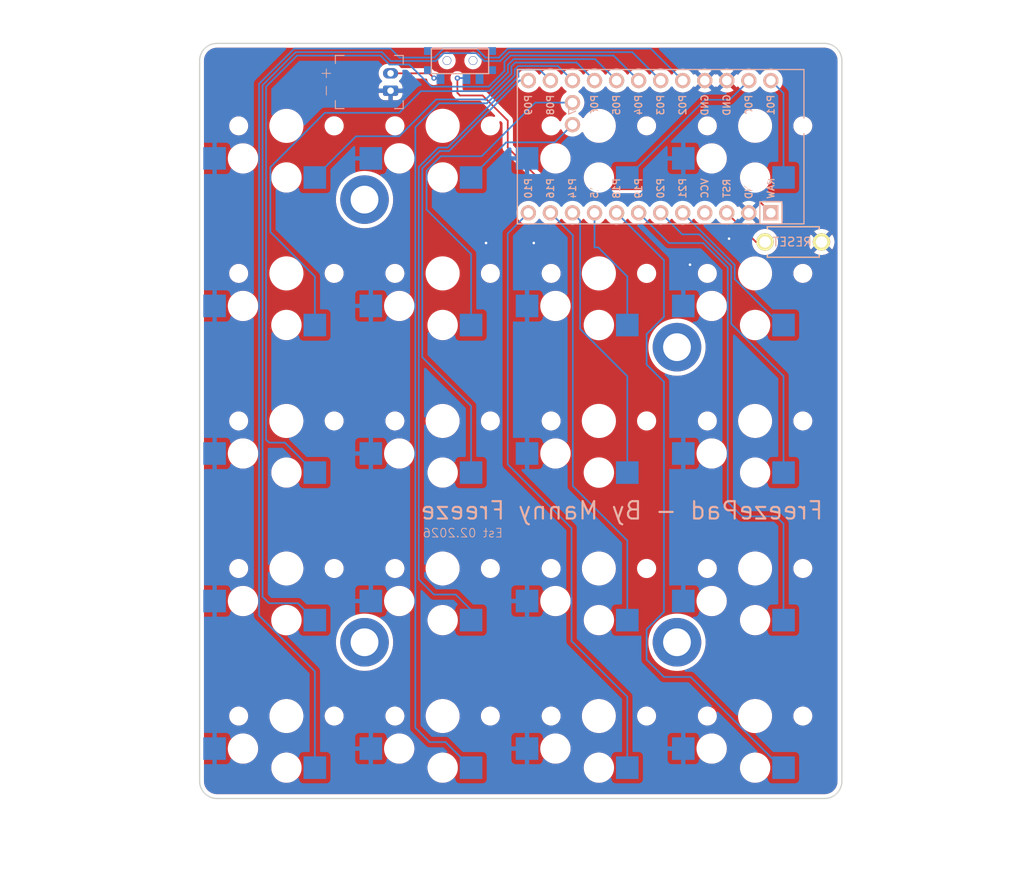
<source format=kicad_pcb>
(kicad_pcb (version 20241229) (generator "pcbnew") (generator_version "9.0")
  (title_block (title "freezepad-pcb") (date "2026-02-03") (rev "v1.0.0") (company "Unknown"))
  (layers (0 "F.Cu" signal) (2 "B.Cu" signal) (13 "F.Paste" user) (15 "B.Paste" user) (5 "F.SilkS" user "F.Silkscreen") (7 "B.SilkS" user "B.Silkscreen") (1 "F.Mask" user) (3 "B.Mask" user) (25 "Edge.Cuts" user))
  (net 0 "")
  (net 1 "matrix_col1_row1")
  (net 2 "GND")
  (net 3 "matrix_col1_row2")
  (net 4 "matrix_col1_row3")
  (net 5 "matrix_col1_row4")
  (net 6 "matrix_col1_row5")
  (net 7 "matrix_col2_row1")
  (net 8 "matrix_col2_row2")
  (net 9 "matrix_col2_row3")
  (net 10 "matrix_col2_row4")
  (net 11 "matrix_col2_row5")
  (net 12 "matrix_col3_row1")
  (net 13 "matrix_col3_row2")
  (net 14 "matrix_col3_row3")
  (net 15 "matrix_col3_row4")
  (net 16 "matrix_col3_row5")
  (net 17 "matrix_col4_row1")
  (net 18 "matrix_col4_row2")
  (net 19 "matrix_col4_row3")
  (net 20 "matrix_col4_row4")
  (net 21 "matrix_col4_row5")
  (net 22 "RAW")
  (net 23 "RST")
  (net 24 "VCC")
  (net 25 "B+")
  (footprint "E73:SPDT_C128955" (layer "F.Cu") (at 20 -75.52)
    (property "Reference" "T1" (hide yes))
    (property "Value" "" (hide yes))
    (fp_line (start -3.3 -1.35) (end -3.3 1.5) (stroke (width 0.15)) (layer "B.SilkS"))
    (fp_line (start -3.3 1.5) (end 3.3 1.5) (stroke (width 0.15)) (layer "B.SilkS"))
    (fp_line (start 0 -1.35) (end -3.3 -1.35) (stroke (width 0.15)) (layer "B.SilkS"))
    (fp_line (start 0 -1.35) (end 3.3 -1.35) (stroke (width 0.15)) (layer "B.SilkS"))
    (fp_line (start 1.95 -1.35) (end -1.95 -1.35) (stroke (width 0.15)) (layer "B.SilkS"))
    (fp_line (start 3.3 1.5) (end 3.3 -1.35) (stroke (width 0.15)) (layer "B.SilkS"))
    (pad "" smd rect (at -3.7 -1.1) (size 0.9 0.9) (layers "B.Cu" "B.Mask" "B.Paste"))
    (pad "" smd rect (at -3.7 1.1) (size 0.9 0.9) (layers "B.Cu" "B.Mask" "B.Paste"))
    (pad "" np_thru_hole circle (at -1.5 0) (size 1 1) (drill 0.9) (layers "*.Cu" "*.Mask"))
    (pad "" np_thru_hole circle (at 1.5 0) (size 1 1) (drill 0.9) (layers "*.Cu" "*.Mask"))
    (pad "" smd rect (at 3.7 -1.1) (size 0.9 0.9) (layers "B.Cu" "B.Mask" "B.Paste"))
    (pad "" smd rect (at 3.7 1.1) (size 0.9 0.9) (layers "B.Cu" "B.Mask" "B.Paste"))
    (pad "1" smd rect (at -2.25 2.075) (size 0.9 1.25) (layers "B.Cu" "B.Mask" "B.Paste") (net 25 "B+"))
    (pad "2" smd rect (at 0.75 2.075) (size 0.9 1.25) (layers "B.Cu" "B.Mask" "B.Paste") (net 22 "RAW"))
    (pad "3" smd rect (at 2.25 2.075) (size 0.9 1.25) (layers "B.Cu" "B.Mask" "B.Paste"))
  )
  (footprint "kbd:ResetSW" (layer "F.Cu") (at 58.4 -54.62 180)
    (property "Reference" "B1" (hide yes))
    (property "Value" "")
    (fp_line (start 3 1.75) (end 3 1.5) (stroke (width 0.15)) (layer "F.SilkS"))
    (fp_line (start 3 -1.75) (end 3 -1.5) (stroke (width 0.15)) (layer "F.SilkS"))
    (fp_line (start -3 1.75) (end 3 1.75) (stroke (width 0.15)) (layer "F.SilkS"))
    (fp_line (start -3 1.75) (end -3 1.5) (stroke (width 0.15)) (layer "F.SilkS"))
    (fp_line (start -3 -1.75) (end 3 -1.75) (stroke (width 0.15)) (layer "F.SilkS"))
    (fp_line (start -3 -1.75) (end -3 -1.5) (stroke (width 0.15)) (layer "F.SilkS"))
    (fp_line (start 3 1.75) (end -3 1.75) (stroke (width 0.15)) (layer "B.SilkS"))
    (fp_line (start 3 1.5) (end 3 1.75) (stroke (width 0.15)) (layer "B.SilkS"))
    (fp_line (start 3 -1.75) (end 3 -1.5) (stroke (width 0.15)) (layer "B.SilkS"))
    (fp_line (start -3 1.75) (end -3 1.5) (stroke (width 0.15)) (layer "B.SilkS"))
    (fp_line (start -3 -1.5) (end -3 -1.75) (stroke (width 0.15)) (layer "B.SilkS"))
    (fp_line (start -3 -1.75) (end 3 -1.75) (stroke (width 0.15)) (layer "B.SilkS"))
    (fp_text user "RESET" (at 0.127 0 180) (layer "B.SilkS") (effects (justify mirror)))
    (pad "1" thru_hole circle (at 3.25 0 180) (size 2 2) (drill 1.3) (layers "*.Cu" "*.Mask" "F.SilkS") (net 23 "RST"))
    (pad "2" thru_hole circle (at -3.25 0 180) (size 2 2) (drill 1.3) (layers "*.Cu" "*.Mask" "F.SilkS") (net 2 "GND"))
  )
  (footprint "PG1350" (layer "F.Cu") (at 36 -17 180)
    (property "Reference" "S12" (hide yes))
    (property "Value" "" (hide yes))
    (pad "" np_thru_hole circle (at -5.5 0) (size 1.7018 1.7018) (drill 1.7018) (layers "*.Cu" "*.Mask"))
    (pad "" np_thru_hole circle (at 0 -5.95) (size 3 3) (drill 3) (layers "*.Cu" "*.Mask"))
    (pad "" np_thru_hole circle (at 0 0) (size 3.429 3.429) (drill 3.429) (layers "*.Cu" "*.Mask"))
    (pad "" np_thru_hole circle (at 5 -3.75) (size 3 3) (drill 3) (layers "*.Cu" "*.Mask"))
    (pad "" np_thru_hole circle (at 5.5 0) (size 1.7018 1.7018) (drill 1.7018) (layers "*.Cu" "*.Mask"))
    (pad "1" smd rect (at -3.275 -5.95 180) (size 2.6 2.6) (layers "B.Cu" "B.Mask" "B.Paste") (net 13 "matrix_col3_row2"))
    (pad "2" smd rect (at 8.275 -3.75 180) (size 2.6 2.6) (layers "B.Cu" "B.Mask" "B.Paste") (net 2 "GND"))
  )
  (footprint "MountingHole:MountingHole_3.2mm_M3_DIN965_Pad_TopBottom" (layer "F.Cu") (at 9 -59.5)
    (property "Reference" "REF**" (hide yes))
    (property "Value" "MountingHole_3.2mm_M3_DIN965_Pad_TopBottom")
    (pad "1" thru_hole circle (at 0 0) (size 3.6 3.6) (drill 3.2) (layers "*.Cu" "*.Mask"))
    (pad "1" connect circle (at 0 0) (size 5.6 5.6) (layers "F.Cu" "F.Mask"))
    (pad "1" connect circle (at 0 0) (size 5.6 5.6) (layers "B.Cu" "B.Mask"))
  )
  (footprint "PG1350" (layer "F.Cu") (at 54 -51 180)
    (property "Reference" "S19" (hide yes))
    (property "Value" "" (hide yes))
    (pad "" np_thru_hole circle (at -5.5 0) (size 1.7018 1.7018) (drill 1.7018) (layers "*.Cu" "*.Mask"))
    (pad "" np_thru_hole circle (at 0 -5.95) (size 3 3) (drill 3) (layers "*.Cu" "*.Mask"))
    (pad "" np_thru_hole circle (at 0 0) (size 3.429 3.429) (drill 3.429) (layers "*.Cu" "*.Mask"))
    (pad "" np_thru_hole circle (at 5 -3.75) (size 3 3) (drill 3) (layers "*.Cu" "*.Mask"))
    (pad "" np_thru_hole circle (at 5.5 0) (size 1.7018 1.7018) (drill 1.7018) (layers "*.Cu" "*.Mask"))
    (pad "1" smd rect (at -3.275 -5.95 180) (size 2.6 2.6) (layers "B.Cu" "B.Mask" "B.Paste") (net 20 "matrix_col4_row4"))
    (pad "2" smd rect (at 8.275 -3.75 180) (size 2.6 2.6) (layers "B.Cu" "B.Mask" "B.Paste") (net 2 "GND"))
  )
  (footprint "PG1350" (layer "F.Cu") (at 18 -51 180)
    (property "Reference" "S9" (hide yes))
    (property "Value" "" (hide yes))
    (pad "" np_thru_hole circle (at -5.5 0) (size 1.7018 1.7018) (drill 1.7018) (layers "*.Cu" "*.Mask"))
    (pad "" np_thru_hole circle (at 0 -5.95) (size 3 3) (drill 3) (layers "*.Cu" "*.Mask"))
    (pad "" np_thru_hole circle (at 0 0) (size 3.429 3.429) (drill 3.429) (layers "*.Cu" "*.Mask"))
    (pad "" np_thru_hole circle (at 5 -3.75) (size 3 3) (drill 3) (layers "*.Cu" "*.Mask"))
    (pad "" np_thru_hole circle (at 5.5 0) (size 1.7018 1.7018) (drill 1.7018) (layers "*.Cu" "*.Mask"))
    (pad "1" smd rect (at -3.275 -5.95 180) (size 2.6 2.6) (layers "B.Cu" "B.Mask" "B.Paste") (net 10 "matrix_col2_row4"))
    (pad "2" smd rect (at 8.275 -3.75 180) (size 2.6 2.6) (layers "B.Cu" "B.Mask" "B.Paste") (net 2 "GND"))
  )
  (footprint "PG1350" (layer "F.Cu") (at 0 -68 180)
    (property "Reference" "S5" (hide yes))
    (property "Value" "" (hide yes))
    (pad "" np_thru_hole circle (at -5.5 0) (size 1.7018 1.7018) (drill 1.7018) (layers "*.Cu" "*.Mask"))
    (pad "" np_thru_hole circle (at 0 -5.95) (size 3 3) (drill 3) (layers "*.Cu" "*.Mask"))
    (pad "" np_thru_hole circle (at 0 0) (size 3.429 3.429) (drill 3.429) (layers "*.Cu" "*.Mask"))
    (pad "" np_thru_hole circle (at 5 -3.75) (size 3 3) (drill 3) (layers "*.Cu" "*.Mask"))
    (pad "" np_thru_hole circle (at 5.5 0) (size 1.7018 1.7018) (drill 1.7018) (layers "*.Cu" "*.Mask"))
    (pad "1" smd rect (at -3.275 -5.95 180) (size 2.6 2.6) (layers "B.Cu" "B.Mask" "B.Paste") (net 6 "matrix_col1_row5"))
    (pad "2" smd rect (at 8.275 -3.75 180) (size 2.6 2.6) (layers "B.Cu" "B.Mask" "B.Paste") (net 2 "GND"))
  )
  (footprint "PG1350" (layer "F.Cu") (at 18 -68 180)
    (property "Reference" "S10" (hide yes))
    (property "Value" "" (hide yes))
    (pad "" np_thru_hole circle (at -5.5 0) (size 1.7018 1.7018) (drill 1.7018) (layers "*.Cu" "*.Mask"))
    (pad "" np_thru_hole circle (at 0 -5.95) (size 3 3) (drill 3) (layers "*.Cu" "*.Mask"))
    (pad "" np_thru_hole circle (at 0 0) (size 3.429 3.429) (drill 3.429) (layers "*.Cu" "*.Mask"))
    (pad "" np_thru_hole circle (at 5 -3.75) (size 3 3) (drill 3) (layers "*.Cu" "*.Mask"))
    (pad "" np_thru_hole circle (at 5.5 0) (size 1.7018 1.7018) (drill 1.7018) (layers "*.Cu" "*.Mask"))
    (pad "1" smd rect (at -3.275 -5.95 180) (size 2.6 2.6) (layers "B.Cu" "B.Mask" "B.Paste") (net 11 "matrix_col2_row5"))
    (pad "2" smd rect (at 8.275 -3.75 180) (size 2.6 2.6) (layers "B.Cu" "B.Mask" "B.Paste") (net 2 "GND"))
  )
  (footprint "PG1350" (layer "F.Cu") (at 54 -17 180)
    (property "Reference" "S17" (hide yes))
    (property "Value" "" (hide yes))
    (pad "" np_thru_hole circle (at -5.5 0) (size 1.7018 1.7018) (drill 1.7018) (layers "*.Cu" "*.Mask"))
    (pad "" np_thru_hole circle (at 0 -5.95) (size 3 3) (drill 3) (layers "*.Cu" "*.Mask"))
    (pad "" np_thru_hole circle (at 0 0) (size 3.429 3.429) (drill 3.429) (layers "*.Cu" "*.Mask"))
    (pad "" np_thru_hole circle (at 5 -3.75) (size 3 3) (drill 3) (layers "*.Cu" "*.Mask"))
    (pad "" np_thru_hole circle (at 5.5 0) (size 1.7018 1.7018) (drill 1.7018) (layers "*.Cu" "*.Mask"))
    (pad "1" smd rect (at -3.275 -5.95 180) (size 2.6 2.6) (layers "B.Cu" "B.Mask" "B.Paste") (net 18 "matrix_col4_row2"))
    (pad "2" smd rect (at 8.275 -3.75 180) (size 2.6 2.6) (layers "B.Cu" "B.Mask" "B.Paste") (net 2 "GND"))
  )
  (footprint "PG1350" (layer "F.Cu") (at 0 0 180)
    (property "Reference" "S1" (hide yes))
    (property "Value" "" (hide yes))
    (pad "" np_thru_hole circle (at -5.5 0) (size 1.7018 1.7018) (drill 1.7018) (layers "*.Cu" "*.Mask"))
    (pad "" np_thru_hole circle (at 0 -5.95) (size 3 3) (drill 3) (layers "*.Cu" "*.Mask"))
    (pad "" np_thru_hole circle (at 0 0) (size 3.429 3.429) (drill 3.429) (layers "*.Cu" "*.Mask"))
    (pad "" np_thru_hole circle (at 5 -3.75) (size 3 3) (drill 3) (layers "*.Cu" "*.Mask"))
    (pad "" np_thru_hole circle (at 5.5 0) (size 1.7018 1.7018) (drill 1.7018) (layers "*.Cu" "*.Mask"))
    (pad "1" smd rect (at -3.275 -5.95 180) (size 2.6 2.6) (layers "B.Cu" "B.Mask" "B.Paste") (net 1 "matrix_col1_row1"))
    (pad "2" smd rect (at 8.275 -3.75 180) (size 2.6 2.6) (layers "B.Cu" "B.Mask" "B.Paste") (net 2 "GND"))
  )
  (footprint "PG1350" (layer "F.Cu") (at 54 -68 180)
    (property "Reference" "S20" (hide yes))
    (property "Value" "" (hide yes))
    (pad "" np_thru_hole circle (at -5.5 0) (size 1.7018 1.7018) (drill 1.7018) (layers "*.Cu" "*.Mask"))
    (pad "" np_thru_hole circle (at 0 -5.95) (size 3 3) (drill 3) (layers "*.Cu" "*.Mask"))
    (pad "" np_thru_hole circle (at 0 0) (size 3.429 3.429) (drill 3.429) (layers "*.Cu" "*.Mask"))
    (pad "" np_thru_hole circle (at 5 -3.75) (size 3 3) (drill 3) (layers "*.Cu" "*.Mask"))
    (pad "" np_thru_hole circle (at 5.5 0) (size 1.7018 1.7018) (drill 1.7018) (layers "*.Cu" "*.Mask"))
    (pad "1" smd rect (at -3.275 -5.95 180) (size 2.6 2.6) (layers "B.Cu" "B.Mask" "B.Paste") (net 21 "matrix_col4_row5"))
    (pad "2" smd rect (at 8.275 -3.75 180) (size 2.6 2.6) (layers "B.Cu" "B.Mask" "B.Paste") (net 2 "GND"))
  )
  (footprint "PG1350" (layer "F.Cu") (at 36 -51 180)
    (property "Reference" "S14" (hide yes))
    (property "Value" "" (hide yes))
    (pad "" np_thru_hole circle (at -5.5 0) (size 1.7018 1.7018) (drill 1.7018) (layers "*.Cu" "*.Mask"))
    (pad "" np_thru_hole circle (at 0 -5.95) (size 3 3) (drill 3) (layers "*.Cu" "*.Mask"))
    (pad "" np_thru_hole circle (at 0 0) (size 3.429 3.429) (drill 3.429) (layers "*.Cu" "*.Mask"))
    (pad "" np_thru_hole circle (at 5 -3.75) (size 3 3) (drill 3) (layers "*.Cu" "*.Mask"))
    (pad "" np_thru_hole circle (at 5.5 0) (size 1.7018 1.7018) (drill 1.7018) (layers "*.Cu" "*.Mask"))
    (pad "1" smd rect (at -3.275 -5.95 180) (size 2.6 2.6) (layers "B.Cu" "B.Mask" "B.Paste") (net 15 "matrix_col3_row4"))
    (pad "2" smd rect (at 8.275 -3.75 180) (size 2.6 2.6) (layers "B.Cu" "B.Mask" "B.Paste") (net 2 "GND"))
  )
  (footprint "PG1350" (layer "F.Cu") (at 0 -51 180)
    (property "Reference" "S4" (hide yes))
    (property "Value" "" (hide yes))
    (pad "" np_thru_hole circle (at -5.5 0) (size 1.7018 1.7018) (drill 1.7018) (layers "*.Cu" "*.Mask"))
    (pad "" np_thru_hole circle (at 0 -5.95) (size 3 3) (drill 3) (layers "*.Cu" "*.Mask"))
    (pad "" np_thru_hole circle (at 0 0) (size 3.429 3.429) (drill 3.429) (layers "*.Cu" "*.Mask"))
    (pad "" np_thru_hole circle (at 5 -3.75) (size 3 3) (drill 3) (layers "*.Cu" "*.Mask"))
    (pad "" np_thru_hole circle (at 5.5 0) (size 1.7018 1.7018) (drill 1.7018) (layers "*.Cu" "*.Mask"))
    (pad "1" smd rect (at -3.275 -5.95 180) (size 2.6 2.6) (layers "B.Cu" "B.Mask" "B.Paste") (net 5 "matrix_col1_row4"))
    (pad "2" smd rect (at 8.275 -3.75 180) (size 2.6 2.6) (layers "B.Cu" "B.Mask" "B.Paste") (net 2 "GND"))
  )
  (footprint "PG1350" (layer "F.Cu") (at 54 0 180)
    (property "Reference" "S16" (hide yes))
    (property "Value" "" (hide yes))
    (pad "" np_thru_hole circle (at -5.5 0) (size 1.7018 1.7018) (drill 1.7018) (layers "*.Cu" "*.Mask"))
    (pad "" np_thru_hole circle (at 0 -5.95) (size 3 3) (drill 3) (layers "*.Cu" "*.Mask"))
    (pad "" np_thru_hole circle (at 0 0) (size 3.429 3.429) (drill 3.429) (layers "*.Cu" "*.Mask"))
    (pad "" np_thru_hole circle (at 5 -3.75) (size 3 3) (drill 3) (layers "*.Cu" "*.Mask"))
    (pad "" np_thru_hole circle (at 5.5 0) (size 1.7018 1.7018) (drill 1.7018) (layers "*.Cu" "*.Mask"))
    (pad "1" smd rect (at -3.275 -5.95 180) (size 2.6 2.6) (layers "B.Cu" "B.Mask" "B.Paste") (net 17 "matrix_col4_row1"))
    (pad "2" smd rect (at 8.275 -3.75 180) (size 2.6 2.6) (layers "B.Cu" "B.Mask" "B.Paste") (net 2 "GND"))
  )
  (footprint "MountingHole:MountingHole_3.2mm_M3_DIN965_Pad_TopBottom" (layer "F.Cu") (at 45 -42.5)
    (property "Reference" "REF**" (hide yes))
    (property "Value" "MountingHole_3.2mm_M3_DIN965_Pad_TopBottom")
    (pad "1" thru_hole circle (at 0 0) (size 3.6 3.6) (drill 3.2) (layers "*.Cu" "*.Mask"))
    (pad "1" connect circle (at 0 0) (size 5.6 5.6) (layers "F.Cu" "F.Mask"))
    (pad "1" connect circle (at 0 0) (size 5.6 5.6) (layers "B.Cu" "B.Mask"))
  )
  (footprint "PG1350" (layer "F.Cu") (at 0 -34 180)
    (property "Reference" "S3" (hide yes))
    (property "Value" "" (hide yes))
    (pad "" np_thru_hole circle (at -5.5 0) (size 1.7018 1.7018) (drill 1.7018) (layers "*.Cu" "*.Mask"))
    (pad "" np_thru_hole circle (at 0 -5.95) (size 3 3) (drill 3) (layers "*.Cu" "*.Mask"))
    (pad "" np_thru_hole circle (at 0 0) (size 3.429 3.429) (drill 3.429) (layers "*.Cu" "*.Mask"))
    (pad "" np_thru_hole circle (at 5 -3.75) (size 3 3) (drill 3) (layers "*.Cu" "*.Mask"))
    (pad "" np_thru_hole circle (at 5.5 0) (size 1.7018 1.7018) (drill 1.7018) (layers "*.Cu" "*.Mask"))
    (pad "1" smd rect (at -3.275 -5.95 180) (size 2.6 2.6) (layers "B.Cu" "B.Mask" "B.Paste") (net 4 "matrix_col1_row3"))
    (pad "2" smd rect (at 8.275 -3.75 180) (size 2.6 2.6) (layers "B.Cu" "B.Mask" "B.Paste") (net 2 "GND"))
  )
  (footprint "ProMicro" (layer "F.Cu") (at 41.85 -65.6 180)
    (property "Reference" "MCU1" (hide yes))
    (property "Value" "" (hide yes))
    (fp_line (start 15.24 8.89) (end 15.24 -8.89) (stroke (width 0.15)) (layer "B.SilkS"))
    (fp_line (start 15.24 -8.89) (end -17.78 -8.89) (stroke (width 0.15)) (layer "B.SilkS"))
    (fp_line (start -12.7 -6.35) (end -12.7 -8.89) (stroke (width 0.15)) (layer "B.SilkS"))
    (fp_line (start -15.24 -6.35) (end -12.7 -6.35) (stroke (width 0.15)) (layer "B.SilkS"))
    (fp_line (start -15.24 -6.35) (end -15.24 -8.89) (stroke (width 0.15)) (layer "B.SilkS"))
    (fp_line (start -17.78 8.89) (end 15.24 8.89) (stroke (width 0.15)) (layer "B.SilkS"))
    (fp_line (start -17.78 -8.89) (end -17.78 8.89) (stroke (width 0.15)) (layer "B.SilkS"))
    (fp_text user "P06" (at 6.35 4.8 270) (layer "B.SilkS") (effects (font (size 0.8 0.8)) (justify mirror)))
    (fp_text user "P05" (at 3.81 4.8 270) (layer "B.SilkS") (effects (font (size 0.8 0.8)) (justify mirror)))
    (fp_text user "P19" (at 1.27 -4.8 270) (layer "B.SilkS") (effects (font (size 0.8 0.8)) (justify mirror)))
    (fp_text user "P04" (at 1.27 4.8 270) (layer "B.SilkS") (effects (font (size 0.8 0.8)) (justify mirror)))
    (fp_text user "GND" (at -11.43 -4.8 270) (layer "B.SilkS") (effects (font (size 0.8 0.8)) (justify mirror)))
    (fp_text user "P15" (at 6.35 -4.8 270) (layer "B.SilkS") (effects (font (size 0.8 0.8)) (justify mirror)))
    (fp_text user "RST" (at -8.89 -4.8 270) (layer "B.SilkS") (effects (font (size 0.8 0.8)) (justify mirror)))
    (fp_text user "P03" (at -1.27 4.8 270) (layer "B.SilkS") (effects (font (size 0.8 0.8)) (justify mirror)))
    (fp_text user "P21" (at -3.81 -4.8 270) (layer "B.SilkS") (effects (font (size 0.8 0.8)) (justify mirror)))
    (fp_text user "P20" (at -1.27 -4.8 270) (layer "B.SilkS") (effects (font (size 0.8 0.8)) (justify mirror)))
    (fp_text user "P00" (at -11.43 4.8 270) (layer "B.SilkS") (effects (font (size 0.8 0.8)) (justify mirror)))
    (fp_text user "P10" (at 13.97 -4.8 270) (layer "B.SilkS") (effects (font (size 0.8 0.8)) (justify mirror)))
    (fp_text user "P07" (at 8.89 4.8 270) (layer "B.SilkS") (effects (font (size 0.8 0.8)) (justify mirror)))
    (fp_text user "GND" (at -8.89 4.8 270) (layer "B.SilkS") (effects (font (size 0.8 0.8)) (justify mirror)))
    (fp_text user "P01" (at -13.97 4.8 270) (layer "B.SilkS") (effects (font (size 0.8 0.8)) (justify mirror)))
    (fp_text user "P09" (at 13.97 4.8 270) (layer "B.SilkS") (effects (font (size 0.8 0.8)) (justify mirror)))
    (fp_text user "P16" (at 11.43 -4.8 270) (layer "B.SilkS") (effects (font (size 0.8 0.8)) (justify mirror)))
    (fp_text user "GND" (at -6.35 4.8 270) (layer "B.SilkS") (effects (font (size 0.8 0.8)) (justify mirror)))
    (fp_text user "P14" (at 8.89 -4.8 270) (layer "B.SilkS") (effects (font (size 0.8 0.8)) (justify mirror)))
    (fp_text user "P08" (at 11.43 4.8 270) (layer "B.SilkS") (effects (font (size 0.8 0.8)) (justify mirror)))
    (fp_text user "VCC" (at -6.35 -4.8 270) (layer "B.SilkS") (effects (font (size 0.8 0.8)) (justify mirror)))
    (fp_text user "P18" (at 3.81 -4.8 270) (layer "B.SilkS") (effects (font (size 0.8 0.8)) (justify mirror)))
    (fp_text user "RAW" (at -13.97 -4.8 270) (layer "B.SilkS") (effects (font (size 0.8 0.8)) (justify mirror)))
    (fp_text user "P02" (at -3.81 4.8 270) (layer "B.SilkS") (effects (font (size 0.8 0.8)) (justify mirror)))
    (pad "1" thru_hole rect (at -13.97 -7.62 180) (size 1.7526 1.7526) (drill 1.0922) (layers "*.Cu" "*.SilkS" "*.Mask") (net 22 "RAW"))
    (pad "2" thru_hole circle (at -11.43 -7.62) (size 1.7526 1.7526) (drill 1.0922) (layers "*.Cu" "*.SilkS" "*.Mask") (net 2 "GND"))
    (pad "3" thru_hole circle (at -8.89 -7.62) (size 1.7526 1.7526) (drill 1.0922) (layers "*.Cu" "*.SilkS" "*.Mask") (net 23 "RST"))
    (pad "4" thru_hole circle (at -6.35 -7.62) (size 1.7526 1.7526) (drill 1.0922) (layers "*.Cu" "*.SilkS" "*.Mask") (net 24 "VCC"))
    (pad "5" thru_hole circle (at -3.81 -7.62) (size 1.7526 1.7526) (drill 1.0922) (layers "*.Cu" "*.SilkS" "*.Mask") (net 20 "matrix_col4_row4"))
    (pad "6" thru_hole circle (at -1.27 -7.62) (size 1.7526 1.7526) (drill 1.0922) (layers "*.Cu" "*.SilkS" "*.Mask") (net 19 "matrix_col4_row3"))
    (pad "7" thru_hole circle (at 1.27 -7.62) (size 1.7526 1.7526) (drill 1.0922) (layers "*.Cu" "*.SilkS" "*.Mask") (net 18 "matrix_col4_row2"))
    (pad "8" thru_hole circle (at 3.81 -7.62) (size 1.7526 1.7526) (drill 1.0922) (layers "*.Cu" "*.SilkS" "*.Mask") (net 17 "matrix_col4_row1"))
    (pad "9" thru_hole circle (at 6.35 -7.62) (size 1.7526 1.7526) (drill 1.0922) (layers "*.Cu" "*.SilkS" "*.Mask") (net 15 "matrix_col3_row4"))
    (pad "10" thru_hole circle (at 8.89 -7.62) (size 1.7526 1.7526) (drill 1.0922) (layers "*.Cu" "*.SilkS" "*.Mask") (net 14 "matrix_col3_row3"))
    (pad "11" thru_hole circle (at 11.43 -7.62) (size 1.7526 1.7526) (drill 1.0922) (layers "*.Cu" "*.SilkS" "*.Mask") (net 13 "matrix_col3_row2"))
    (pad "12" thru_hole circle (at 13.97 -7.62) (size 1.7526 1.7526) (drill 1.0922) (layers "*.Cu" "*.SilkS" "*.Mask") (net 12 "matrix_col3_row1"))
    (pad "13" thru_hole circle (at -13.97 7.62) (size 1.7526 1.7526) (drill 1.0922) (layers "*.Cu" "*.SilkS" "*.Mask") (net 21 "matrix_col4_row5"))
    (pad "14" thru_hole circle (at -11.43 7.62) (size 1.7526 1.7526) (drill 1.0922) (layers "*.Cu" "*.SilkS" "*.Mask") (net 16 "matrix_col3_row5"))
    (pad "15" thru_hole circle (at -8.89 7.62) (size 1.7526 1.7526) (drill 1.0922) (layers "*.Cu" "*.SilkS" "*.Mask") (net 2 "GND"))
    (pad "16" thru_hole circle (at -6.35 7.62) (size 1.7526 1.7526) (drill 1.0922) (layers "*.Cu" "*.SilkS" "*.Mask") (net 2 "GND"))
    (pad "17" thru_hole circle (at -3.81 7.62) (size 1.7526 1.7526) (drill 1.0922) (layers "*.Cu" "*.SilkS" "*.Mask") (net 1 "matrix_col1_row1"))
    (pad "18" thru_hole circle (at -1.27 7.62) (size 1.7526 1.7526) (drill 1.0922) (layers "*.Cu" "*.SilkS" "*.Mask") (net 3 "matrix_col1_row2"))
    (pad "19" thru_hole circle (at 1.27 7.62) (size 1.7526 1.7526) (drill 1.0922) (layers "*.Cu" "*.SilkS" "*.Mask") (net 4 "matrix_col1_row3"))
    (pad "20" thru_hole circle (at 3.81 7.62) (size 1.7526 1.7526) (drill 1.0922) (layers "*.Cu" "*.SilkS" "*.Mask") (net 5 "matrix_col1_row4"))
    (pad "21" thru_hole circle (at 6.35 7.62) (size 1.7526 1.7526) (drill 1.0922) (layers "*.Cu" "*.SilkS" "*.Mask") (net 6 "matrix_col1_row5"))
    (pad "22" thru_hole circle (at 8.89 7.62) (size 1.7526 1.7526) (drill 1.0922) (layers "*.Cu" "*.SilkS" "*.Mask") (net 7 "matrix_col2_row1"))
    (pad "23" thru_hole circle (at 11.43 7.62) (size 1.7526 1.7526) (drill 1.0922) (layers "*.Cu" "*.SilkS" "*.Mask") (net 8 "matrix_col2_row2"))
    (pad "24" thru_hole circle (at 13.97 7.62) (size 1.7526 1.7526) (drill 1.0922) (layers "*.Cu" "*.SilkS" "*.Mask") (net 9 "matrix_col2_row3"))
    (pad "31" thru_hole circle (at 8.89 5.08) (size 1.7526 1.7526) (drill 1.0922) (layers "*.Cu" "*.SilkS" "*.Mask") (net 10 "matrix_col2_row4"))
    (pad "32" thru_hole circle (at 8.89 2.54) (size 1.7526 1.7526) (drill 1.0922) (layers "*.Cu" "*.SilkS" "*.Mask") (net 11 "matrix_col2_row5"))
  )
  (footprint "PG1350" (layer "F.Cu") (at 18 0 180)
    (property "Reference" "S6" (hide yes))
    (property "Value" "" (hide yes))
    (pad "" np_thru_hole circle (at -5.5 0) (size 1.7018 1.7018) (drill 1.7018) (layers "*.Cu" "*.Mask"))
    (pad "" np_thru_hole circle (at 0 -5.95) (size 3 3) (drill 3) (layers "*.Cu" "*.Mask"))
    (pad "" np_thru_hole circle (at 0 0) (size 3.429 3.429) (drill 3.429) (layers "*.Cu" "*.Mask"))
    (pad "" np_thru_hole circle (at 5 -3.75) (size 3 3) (drill 3) (layers "*.Cu" "*.Mask"))
    (pad "" np_thru_hole circle (at 5.5 0) (size 1.7018 1.7018) (drill 1.7018) (layers "*.Cu" "*.Mask"))
    (pad "1" smd rect (at -3.275 -5.95 180) (size 2.6 2.6) (layers "B.Cu" "B.Mask" "B.Paste") (net 7 "matrix_col2_row1"))
    (pad "2" smd rect (at 8.275 -3.75 180) (size 2.6 2.6) (layers "B.Cu" "B.Mask" "B.Paste") (net 2 "GND"))
  )
  (footprint "PG1350" (layer "F.Cu") (at 36 0 180)
    (property "Reference" "S11" (hide yes))
    (property "Value" "" (hide yes))
    (pad "" np_thru_hole circle (at -5.5 0) (size 1.7018 1.7018) (drill 1.7018) (layers "*.Cu" "*.Mask"))
    (pad "" np_thru_hole circle (at 0 -5.95) (size 3 3) (drill 3) (layers "*.Cu" "*.Mask"))
    (pad "" np_thru_hole circle (at 0 0) (size 3.429 3.429) (drill 3.429) (layers "*.Cu" "*.Mask"))
    (pad "" np_thru_hole circle (at 5 -3.75) (size 3 3) (drill 3) (layers "*.Cu" "*.Mask"))
    (pad "" np_thru_hole circle (at 5.5 0) (size 1.7018 1.7018) (drill 1.7018) (layers "*.Cu" "*.Mask"))
    (pad "1" smd rect (at -3.275 -5.95 180) (size 2.6 2.6) (layers "B.Cu" "B.Mask" "B.Paste") (net 12 "matrix_col3_row1"))
    (pad "2" smd rect (at 8.275 -3.75 180) (size 2.6 2.6) (layers "B.Cu" "B.Mask" "B.Paste") (net 2 "GND"))
  )
  (footprint "PG1350" (layer "F.Cu") (at 18 -17 180)
    (property "Reference" "S7" (hide yes))
    (property "Value" "" (hide yes))
    (pad "" np_thru_hole circle (at -5.5 0) (size 1.7018 1.7018) (drill 1.7018) (layers "*.Cu" "*.Mask"))
    (pad "" np_thru_hole circle (at 0 -5.95) (size 3 3) (drill 3) (layers "*.Cu" "*.Mask"))
    (pad "" np_thru_hole circle (at 0 0) (size 3.429 3.429) (drill 3.429) (layers "*.Cu" "*.Mask"))
    (pad "" np_thru_hole circle (at 5 -3.75) (size 3 3) (drill 3) (layers "*.Cu" "*.Mask"))
    (pad "" np_thru_hole circle (at 5.5 0) (size 1.7018 1.7018) (drill 1.7018) (layers "*.Cu" "*.Mask"))
    (pad "1" smd rect (at -3.275 -5.95 180) (size 2.6 2.6) (layers "B.Cu" "B.Mask" "B.Paste") (net 8 "matrix_col2_row2"))
    (pad "2" smd rect (at 8.275 -3.75 180) (size 2.6 2.6) (layers "B.Cu" "B.Mask" "B.Paste") (net 2 "GND"))
  )
  (footprint "PG1350" (layer "F.Cu") (at 36 -68 180)
    (property "Reference" "S15" (hide yes))
    (property "Value" "" (hide yes))
    (pad "" np_thru_hole circle (at -5.5 0) (size 1.7018 1.7018) (drill 1.7018) (layers "*.Cu" "*.Mask"))
    (pad "" np_thru_hole circle (at 0 -5.95) (size 3 3) (drill 3) (layers "*.Cu" "*.Mask"))
    (pad "" np_thru_hole circle (at 0 0) (size 3.429 3.429) (drill 3.429) (layers "*.Cu" "*.Mask"))
    (pad "" np_thru_hole circle (at 5 -3.75) (size 3 3) (drill 3) (layers "*.Cu" "*.Mask"))
    (pad "" np_thru_hole circle (at 5.5 0) (size 1.7018 1.7018) (drill 1.7018) (layers "*.Cu" "*.Mask"))
    (pad "1" smd rect (at -3.275 -5.95 180) (size 2.6 2.6) (layers "B.Cu" "B.Mask" "B.Paste") (net 16 "matrix_col3_row5"))
    (pad "2" smd rect (at 8.275 -3.75 180) (size 2.6 2.6) (layers "B.Cu" "B.Mask" "B.Paste") (net 2 "GND"))
  )
  (footprint "PG1350" (layer "F.Cu") (at 54 -34 180)
    (property "Reference" "S18" (hide yes))
    (property "Value" "" (hide yes))
    (pad "" np_thru_hole circle (at -5.5 0) (size 1.7018 1.7018) (drill 1.7018) (layers "*.Cu" "*.Mask"))
    (pad "" np_thru_hole circle (at 0 -5.95) (size 3 3) (drill 3) (layers "*.Cu" "*.Mask"))
    (pad "" np_thru_hole circle (at 0 0) (size 3.429 3.429) (drill 3.429) (layers "*.Cu" "*.Mask"))
    (pad "" np_thru_hole circle (at 5 -3.75) (size 3 3) (drill 3) (layers "*.Cu" "*.Mask"))
    (pad "" np_thru_hole circle (at 5.5 0) (size 1.7018 1.7018) (drill 1.7018) (layers "*.Cu" "*.Mask"))
    (pad "1" smd rect (at -3.275 -5.95 180) (size 2.6 2.6) (layers "B.Cu" "B.Mask" "B.Paste") (net 19 "matrix_col4_row3"))
    (pad "2" smd rect (at 8.275 -3.75 180) (size 2.6 2.6) (layers "B.Cu" "B.Mask" "B.Paste") (net 2 "GND"))
  )
  (footprint "MountingHole:MountingHole_3.2mm_M3_DIN965_Pad_TopBottom" (layer "F.Cu") (at 45 -8.5)
    (property "Reference" "REF**" (hide yes))
    (property "Value" "MountingHole_3.2mm_M3_DIN965_Pad_TopBottom")
    (pad "1" thru_hole circle (at 0 0) (size 3.6 3.6) (drill 3.2) (layers "*.Cu" "*.Mask"))
    (pad "1" connect circle (at 0 0) (size 5.6 5.6) (layers "F.Cu" "F.Mask"))
    (pad "1" connect circle (at 0 0) (size 5.6 5.6) (layers "B.Cu" "B.Mask"))
  )
  (footprint "PG1350" (layer "F.Cu") (at 0 -17 180)
    (property "Reference" "S2" (hide yes))
    (property "Value" "" (hide yes))
    (pad "" np_thru_hole circle (at -5.5 0) (size 1.7018 1.7018) (drill 1.7018) (layers "*.Cu" "*.Mask"))
    (pad "" np_thru_hole circle (at 0 -5.95) (size 3 3) (drill 3) (layers "*.Cu" "*.Mask"))
    (pad "" np_thru_hole circle (at 0 0) (size 3.429 3.429) (drill 3.429) (layers "*.Cu" "*.Mask"))
    (pad "" np_thru_hole circle (at 5 -3.75) (size 3 3) (drill 3) (layers "*.Cu" "*.Mask"))
    (pad "" np_thru_hole circle (at 5.5 0) (size 1.7018 1.7018) (drill 1.7018) (layers "*.Cu" "*.Mask"))
    (pad "1" smd rect (at -3.275 -5.95 180) (size 2.6 2.6) (layers "B.Cu" "B.Mask" "B.Paste") (net 3 "matrix_col1_row2"))
    (pad "2" smd rect (at 8.275 -3.75 180) (size 2.6 2.6) (layers "B.Cu" "B.Mask" "B.Paste") (net 2 "GND"))
  )
  (footprint "PG1350" (layer "F.Cu") (at 18 -34 180)
    (property "Reference" "S8" (hide yes))
    (property "Value" "" (hide yes))
    (pad "" np_thru_hole circle (at -5.5 0) (size 1.7018 1.7018) (drill 1.7018) (layers "*.Cu" "*.Mask"))
    (pad "" np_thru_hole circle (at 0 -5.95) (size 3 3) (drill 3) (layers "*.Cu" "*.Mask"))
    (pad "" np_thru_hole circle (at 0 0) (size 3.429 3.429) (drill 3.429) (layers "*.Cu" "*.Mask"))
    (pad "" np_thru_hole circle (at 5 -3.75) (size 3 3) (drill 3) (layers "*.Cu" "*.Mask"))
    (pad "" np_thru_hole circle (at 5.5 0) (size 1.7018 1.7018) (drill 1.7018) (layers "*.Cu" "*.Mask"))
    (pad "1" smd rect (at -3.275 -5.95 180) (size 2.6 2.6) (layers "B.Cu" "B.Mask" "B.Paste") (net 9 "matrix_col2_row3"))
    (pad "2" smd rect (at 8.275 -3.75 180) (size 2.6 2.6) (layers "B.Cu" "B.Mask" "B.Paste") (net 2 "GND"))
  )
  (footprint "MountingHole:MountingHole_3.2mm_M3_DIN965_Pad_TopBottom" (layer "F.Cu") (at 9 -8.5)
    (property "Reference" "REF**" (hide yes))
    (property "Value" "MountingHole_3.2mm_M3_DIN965_Pad_TopBottom")
    (pad "1" thru_hole circle (at 0 0) (size 3.6 3.6) (drill 3.2) (layers "*.Cu" "*.Mask"))
    (pad "1" connect circle (at 0 0) (size 5.6 5.6) (layers "F.Cu" "F.Mask"))
    (pad "1" connect circle (at 0 0) (size 5.6 5.6) (layers "B.Cu" "B.Mask"))
  )
  (footprint "PG1350" (layer "F.Cu") (at 36 -34 180)
    (property "Reference" "S13" (hide yes))
    (property "Value" "" (hide yes))
    (pad "" np_thru_hole circle (at -5.5 0) (size 1.7018 1.7018) (drill 1.7018) (layers "*.Cu" "*.Mask"))
    (pad "" np_thru_hole circle (at 0 -5.95) (size 3 3) (drill 3) (layers "*.Cu" "*.Mask"))
    (pad "" np_thru_hole circle (at 0 0) (size 3.429 3.429) (drill 3.429) (layers "*.Cu" "*.Mask"))
    (pad "" np_thru_hole circle (at 5 -3.75) (size 3 3) (drill 3) (layers "*.Cu" "*.Mask"))
    (pad "" np_thru_hole circle (at 5.5 0) (size 1.7018 1.7018) (drill 1.7018) (layers "*.Cu" "*.Mask"))
    (pad "1" smd rect (at -3.275 -5.95 180) (size 2.6 2.6) (layers "B.Cu" "B.Mask" "B.Paste") (net 14 "matrix_col3_row3"))
    (pad "2" smd rect (at 8.275 -3.75 180) (size 2.6 2.6) (layers "B.Cu" "B.Mask" "B.Paste") (net 2 "GND"))
  )
  (footprint "ceoloide:battery_connector_jst_ph_2" (layer "B.Cu") (at 12 -73.05 -90)
    (property "Reference" "JST1" (hide yes))
    (property "Value" "")
    (fp_line (start -1.5 7.4) (end -0.5 7.4) (stroke (width 0.1)) (layer "B.SilkS"))
    (fp_line (start 1.5 7.4) (end 0.5 7.4) (stroke (width 0.1)) (layer "B.SilkS"))
    (fp_line (start -1 6.9) (end -1 7.9) (stroke (width 0.1)) (layer "B.SilkS"))
    (fp_line (start -3.06 6.36) (end -3.06 5.36) (stroke (width 0.12)) (layer "B.SilkS"))
    (fp_line (start -2.14 6.36) (end -3.06 6.36) (stroke (width 0.12)) (layer "B.SilkS"))
    (fp_line (start 2.14 6.36) (end 3.06 6.36) (stroke (width 0.12)) (layer "B.SilkS"))
    (fp_line (start 3.06 6.36) (end 3.06 5.36) (stroke (width 0.12)) (layer "B.SilkS"))
    (fp_line (start -3.06 -1.46) (end -3.06 -0.46) (stroke (width 0.12)) (layer "B.SilkS"))
    (fp_line (start -2.06 -1.46) (end -3.06 -1.46) (stroke (width 0.12)) (layer "B.SilkS"))
    (fp_line (start 2.14 -1.46) (end 3.06 -1.46) (stroke (width 0.12)) (layer "B.SilkS"))
    (fp_line (start 3.06 -1.46) (end 3.06 -0.46) (stroke (width 0.12)) (layer "B.SilkS"))
    (pad "1" thru_hole roundrect (at 1 0 270) (size 1.2 1.75) (drill 0.75) (layers "*.Cu" "*.Mask") (roundrect_rratio 0.2) (net 2 "GND"))
    (pad "2" thru_hole oval (at -1 0 270) (size 1.2 1.75) (drill 0.75) (layers "*.Cu" "*.Mask") (net 25 "B+"))
  )
  (gr_line (start -8 9.5) (end 62 9.5) (stroke (width 0.15)) (layer "Edge.Cuts"))
  (gr_arc (start -10 -75.5) (mid -9.414214 -76.914214) (end -8 -77.5) (stroke (width 0.15)) (layer "Edge.Cuts"))
  (gr_arc (start 64 7.5) (mid 63.414214 8.914214) (end 62 9.5) (stroke (width 0.15)) (layer "Edge.Cuts"))
  (gr_arc (start 62 -77.5) (mid 63.414214 -76.914214) (end 64 -75.5) (stroke (width 0.15)) (layer "Edge.Cuts"))
  (gr_line (start 64 7.5) (end 64 -75.5) (stroke (width 0.15)) (layer "Edge.Cuts"))
  (gr_line (start -10 7.5) (end -10 -75.5) (stroke (width 0.15)) (layer "Edge.Cuts"))
  (gr_line (start -8 -77.5) (end 62 -77.5) (stroke (width 0.15)) (layer "Edge.Cuts"))
  (gr_arc (start -8 9.5) (mid -9.414214 8.914214) (end -10 7.5) (stroke (width 0.15)) (layer "Edge.Cuts"))
  (gr_text "Est 02.2026" (at 25 -20.5 0) (layer "B.SilkS") (effects (font (size 1 1) (thickness 0.1)) (justify left bottom mirror)))
  (gr_text "FreezePad - By Manny Freeze" (at 62 -22.5 0) (layer "B.SilkS") (effects (font (size 2 2) (thickness 0.25)) (justify left bottom mirror)))
  (segment (start 12 -76.899) (end 0.899 -76.899) (width 0.2) (layer "B.Cu") (net 1))
  (segment (start -3.149 -11.581291) (end 3.275 -5.157291) (width 0.2) (layer "B.Cu") (net 1))
  (segment (start 24.47 -75.869) (end 22.949 -75.869) (width 0.2) (layer "B.Cu") (net 1))
  (segment (start 25.5 -76.899) (end 41.981 -76.899) (width 0.2) (layer "B.Cu") (net 1))
  (segment (start 41.981 -76.899) (end 45.66 -73.22) (width 0.2) (layer "B.Cu") (net 1))
  (segment (start 3.275 -5.157291) (end 3.275 5.95) (width 0.2) (layer "B.Cu") (net 1))
  (segment (start 21.919 -76.899) (end 18.081 -76.899) (width 0.2) (layer "B.Cu") (net 1))
  (segment (start 13.03 -75.869) (end 12 -76.899) (width 0.2) (layer "B.Cu") (net 1))
  (segment (start -3.149 -72.851) (end -3.149 -11.581291) (width 0.2) (layer "B.Cu") (net 1))
  (segment (start 22.949 -75.869) (end 21.919 -76.899) (width 0.2) (layer "B.Cu") (net 1))
  (segment (start 17.051 -75.869) (end 13.03 -75.869) (width 0.2) (layer "B.Cu") (net 1))
  (segment (start 18.081 -76.899) (end 17.051 -75.869) (width 0.2) (layer "B.Cu") (net 1))
  (segment (start 0.899 -76.899) (end -3.149 -72.851) (width 0.2) (layer "B.Cu") (net 1))
  (segment (start 25.5 -76.899) (end 24.47 -75.869) (width 0.2) (layer "B.Cu") (net 1))
  (segment (start 28.5 -54.5) (end 23 -54.5) (width 0.2) (layer "F.Cu") (net 2))
  (segment (start 49.5 -55) (end 46.5 -52) (width 0.2) (layer "F.Cu") (net 2))
  (segment (start 51 -55) (end 49.5 -55) (width 0.2) (layer "F.Cu") (net 2))
  (via (at 23 -54.5) (size 0.6) (drill 0.3) (layers "F.Cu" "B.Cu") (net 2))
  (via (at 28.5 -54.5) (size 0.6) (drill 0.3) (layers "F.Cu" "B.Cu") (net 2))
  (via (at 46.5 -52) (size 0.6) (drill 0.3) (layers "F.Cu" "B.Cu") (net 2))
  (via (at 51 -55) (size 0.6) (drill 0.3) (layers "F.Cu" "B.Cu") (net 2))
  (segment (start 12.03 -75.468) (end 17.2171 -75.468) (width 0.2) (layer "B.Cu") (net 3))
  (segment (start 39.842 -76.498) (end 43.12 -73.22) (width 0.2) (layer "B.Cu") (net 3))
  (segment (start -2 -13) (end -2.748 -13.748) (width 0.2) (layer "B.Cu") (net 3))
  (segment (start 18.12455 -76.37545) (end 21.87545 -76.37545) (width 0.2) (layer "B.Cu") (net 3))
  (segment (start 22.7829 -75.468) (end 24.6361 -75.468) (width 0.2) (layer "B.Cu") (net 3))
  (segment (start 17.2171 -75.468) (end 18.12455 -76.37545) (width 0.2) (layer "B.Cu") (net 3))
  (segment (start 1.325 -13) (end -2 -13) (width 0.2) (layer "B.Cu") (net 3))
  (segment (start -2.748 -72.6849) (end 1.0651 -76.498) (width 0.2) (layer "B.Cu") (net 3))
  (segment (start 25.6661 -76.498) (end 39.842 -76.498) (width 0.2) (layer "B.Cu") (net 3))
  (segment (start 24.6361 -75.468) (end 25.6661 -76.498) (width 0.2) (layer "B.Cu") (net 3))
  (segment (start -2.748 -13.748) (end -2.748 -72.6849) (width 0.2) (layer "B.Cu") (net 3))
  (segment (start 3.275 -11.05) (end 1.325 -13) (width 0.2) (layer "B.Cu") (net 3))
  (segment (start 21.87545 -76.37545) (end 22.7829 -75.468) (width 0.2) (layer "B.Cu") (net 3))
  (segment (start 1.0651 -76.498) (end 11 -76.498) (width 0.2) (layer "B.Cu") (net 3))
  (segment (start 11 -76.498) (end 12.03 -75.468) (width 0.2) (layer "B.Cu") (net 3))
  (segment (start 16.699 -72.519) (end 23.301 -72.519) (width 0.2) (layer "B.Cu") (net 4))
  (segment (start 23.301 -72.519) (end 25.1176 -74.3356) (width 0.2) (layer "B.Cu") (net 4))
  (segment (start -2.347 -72.5188) (end 1.2312 -76.097) (width 0.2) (layer "B.Cu") (net 4))
  (segment (start 3.275 -28.05) (end -0.175 -31.5) (width 0.2) (layer "B.Cu") (net 4))
  (segment (start 25.8322 -76.097) (end 37.703 -76.097) (width 0.2) (layer "B.Cu") (net 4))
  (segment (start 25.1176 -74.3356) (end 25.1176 -75.3824) (width 0.2) (layer "B.Cu") (net 4))
  (segment (start 37.703 -76.097) (end 40.58 -73.22) (width 0.2) (layer "B.Cu") (net 4))
  (segment (start -2.347 -31.847) (end -2.347 -72.5188) (width 0.2) (layer "B.Cu") (net 4))
  (segment (start -2 -31.5) (end -2.347 -31.847) (width 0.2) (layer "B.Cu") (net 4))
  (segment (start -0.175 -31.5) (end -2 -31.5) (width 0.2) (layer "B.Cu") (net 4))
  (segment (start 1.2312 -76.097) (end 10.8339 -76.097) (width 0.2) (layer "B.Cu") (net 4))
  (segment (start 25.1176 -75.3824) (end 25.8322 -76.097) (width 0.2) (layer "B.Cu") (net 4))
  (segment (start 11.8639 -75.067) (end 14.151 -75.067) (width 0.2) (layer "B.Cu") (net 4))
  (segment (start 14.151 -75.067) (end 16.699 -72.519) (width 0.2) (layer "B.Cu") (net 4))
  (segment (start 10.8339 -76.097) (end 11.8639 -75.067) (width 0.2) (layer "B.Cu") (net 4))
  (segment (start 35.564 -75.696) (end 38.04 -73.22) (width 0.2) (layer "B.Cu") (net 5))
  (segment (start 13 -69.5) (end 15.5 -72) (width 0.2) (layer "B.Cu") (net 5))
  (segment (start 3.275 -45.05) (end 3.275 -50.646058) (width 0.2) (layer "B.Cu") (net 5))
  (segment (start -1.851 -63.227942) (end 4.421058 -69.5) (width 0.2) (layer "B.Cu") (net 5))
  (segment (start 23.3491 -72) (end 25.5186 -74.1695) (width 0.2) (layer "B.Cu") (net 5))
  (segment (start 4.421058 -69.5) (end 13 -69.5) (width 0.2) (layer "B.Cu") (net 5))
  (segment (start 25.5186 -74.1695) (end 25.5186 -75.0186) (width 0.2) (layer "B.Cu") (net 5))
  (segment (start 25.5186 -75.0186) (end 26.196 -75.696) (width 0.2) (layer "B.Cu") (net 5))
  (segment (start 3.275 -50.646058) (end -1.851 -55.772058) (width 0.2) (layer "B.Cu") (net 5))
  (segment (start 26.196 -75.696) (end 35.564 -75.696) (width 0.2) (layer "B.Cu") (net 5))
  (segment (start -1.851 -55.772058) (end -1.851 -63.227942) (width 0.2) (layer "B.Cu") (net 5))
  (segment (start 15.5 -72) (end 23.3491 -72) (width 0.2) (layer "B.Cu") (net 5))
  (segment (start 12.997843 -66.7981) (end 17.241643 -71.0419) (width 0.2) (layer "B.Cu") (net 6))
  (segment (start 22.9162 -71) (end 22.9581 -71.0419) (width 0.2) (layer "B.Cu") (net 6))
  (segment (start 17.241643 -71.0419) (end 22.9581 -71.0419) (width 0.2) (layer "B.Cu") (net 6))
  (segment (start 3.275 -62.05) (end 8.0231 -66.7981) (width 0.2) (layer "B.Cu") (net 6))
  (segment (start 33.425 -75.295) (end 35.5 -73.22) (width 0.2) (layer "B.Cu") (net 6))
  (segment (start 8.0231 -66.7981) (end 12.997843 -66.7981) (width 0.2) (layer "B.Cu") (net 6))
  (segment (start 25.9196 -74.0034) (end 25.9196 -74.8525) (width 0.2) (layer "B.Cu") (net 6))
  (segment (start 22.9581 -71.0419) (end 25.9196 -74.0034) (width 0.2) (layer "B.Cu") (net 6))
  (segment (start 25.9196 -74.8525) (end 26.3621 -75.295) (width 0.2) (layer "B.Cu") (net 6))
  (segment (start 26.3621 -75.295) (end 33.425 -75.295) (width 0.2) (layer "B.Cu") (net 6))
  (segment (start 31.286 -74.894) (end 26.7146 -74.894) (width 0.2) (layer "B.Cu") (net 7))
  (segment (start 23.099 -70.599) (end 17.599 -70.599) (width 0.2) (layer "B.Cu") (net 7))
  (segment (start 26.3206 -74.5) (end 26.3206 -73.8206) (width 0.2) (layer "B.Cu") (net 7))
  (segment (start 32.96 -73.22) (end 33 -73.26) (width 0.2) (layer "B.Cu") (net 7))
  (segment (start 21.028942 5.95) (end 21.275 5.95) (width 0.2) (layer "B.Cu") (net 7))
  (segment (start 18.325 3) (end 21.275 5.95) (width 0.2) (layer "B.Cu") (net 7))
  (segment (start 16.5 3) (end 18.325 3) (width 0.2) (layer "B.Cu") (net 7))
  (segment (start 14.851 1.351) (end 16.5 3) (width 0.2) (layer "B.Cu") (net 7))
  (segment (start 17.599 -70.599) (end 14.851 -67.851) (width 0.2) (layer "B.Cu") (net 7))
  (segment (start 14.851 -67.851) (end 14.851 1.351) (width 0.2) (layer "B.Cu") (net 7))
  (segment (start 26.7146 -74.894) (end 26.3206 -74.5) (width 0.2) (layer "B.Cu") (net 7))
  (segment (start 32.96 -73.22) (end 31.286 -74.894) (width 0.2) (layer "B.Cu") (net 7))
  (segment (start 26.3206 -73.8206) (end 23.099 -70.599) (width 0.2) (layer "B.Cu") (net 7))
  (segment (start 17.5 -65.5) (end 15.252 -63.252) (width 0.2) (layer "B.Cu") (net 8))
  (segment (start 15.252 -15.748) (end 17 -14) (width 0.2) (layer "B.Cu") (net 8))
  (segment (start 15.252 -63.252) (end 15.252 -15.748) (width 0.2) (layer "B.Cu") (net 8))
  (segment (start 26.7216 -73.6545) (end 26.7216 -74.3339) (width 0.2) (layer "B.Cu") (net 8))
  (segment (start 26.7216 -73.6545) (end 18.5671 -65.5) (width 0.2) (layer "B.Cu") (net 8))
  (segment (start 30.5 -73.3) (end 30.42 -73.22) (width 0.2) (layer "B.Cu") (net 8))
  (segment (start 21.275 -11.05) (end 21.028942 -11.05) (width 0.2) (layer "B.Cu") (net 8))
  (segment (start 18.5671 -65.5) (end 17.5 -65.5) (width 0.2) (layer "B.Cu") (net 8))
  (segment (start 17 -14) (end 19.5 -14) (width 0.2) (layer "B.Cu") (net 8))
  (segment (start 19.5 -14) (end 21.275 -12.225) (width 0.2) (layer "B.Cu") (net 8))
  (segment (start 26.8807 -74.493) (end 29.147 -74.493) (width 0.2) (layer "B.Cu") (net 8))
  (segment (start 21.275 -12.225) (end 21.275 -11.05) (width 0.2) (layer "B.Cu") (net 8))
  (segment (start 26.7216 -74.3339) (end 26.8807 -74.493) (width 0.2) (layer "B.Cu") (net 8))
  (segment (start 29.147 -74.493) (end 30.42 -73.22) (width 0.2) (layer "B.Cu") (net 8))
  (segment (start 26.7216 -73.6545) (end 26.7216 -73.7216) (width 0.2) (layer "B.Cu") (net 8))
  (segment (start 21.275 -35.725) (end 15.653 -41.347) (width 0.2) (layer "B.Cu") (net 9))
  (segment (start 15.653 -41.347) (end 15.653 -63.0859) (width 0.2) (layer "B.Cu") (net 9))
  (segment (start 26.8542 -73.22) (end 27.88 -73.22) (width 0.2) (layer "B.Cu") (net 9))
  (segment (start 18.7332 -65.099) (end 26.8542 -73.22) (width 0.2) (layer "B.Cu") (net 9))
  (segment (start 15.653 -63.0859) (end 17.6661 -65.099) (width 0.2) (layer "B.Cu") (net 9))
  (segment (start 17.6661 -65.099) (end 18.7332 -65.099) (width 0.2) (layer "B.Cu") (net 9))
  (segment (start 21.275 -28.05) (end 21.275 -35.725) (width 0.2) (layer "B.Cu") (net 9))
  (segment (start 21.275 -53.225) (end 16.149 -58.351) (width 0.2) (layer "B.Cu") (net 10))
  (segment (start 22.5 -64.5) (end 28.68 -70.68) (width 0.2) (layer "B.Cu") (net 10))
  (segment (start 28.68 -70.68) (end 32.96 -70.68) (width 0.2) (layer "B.Cu") (net 10))
  (segment (start 17.802 -64.5) (end 22.5 -64.5) (width 0.2) (layer "B.Cu") (net 10))
  (segment (start 16.149 -58.351) (end 16.149 -62.847) (width 0.2) (layer "B.Cu") (net 10))
  (segment (start 21.275 -45.05) (end 21.275 -53.225) (width 0.2) (layer "B.Cu") (net 10))
  (segment (start 16.149 -62.847) (end 17.802 -64.5) (width 0.2) (layer "B.Cu") (net 10))
  (segment (start 30.921 -66.101) (end 32.96 -68.14) (width 0.2) (layer "B.Cu") (net 11))
  (segment (start 25.326 -66.101) (end 30.921 -66.101) (width 0.2) (layer "B.Cu") (net 11))
  (segment (start 21.275 -62.05) (end 25.326 -66.101) (width 0.2) (layer "B.Cu") (net 11))
  (segment (start 25.5 -55.6) (end 25.5 -29) (width 0.2) (layer "B.Cu") (net 12))
  (segment (start 25.5 -29) (end 32.851 -21.649) (width 0.2) (layer "B.Cu") (net 12))
  (segment (start 27.88 -57.98) (end 25.5 -55.6) (width 0.2) (layer "B.Cu") (net 12))
  (segment (start 32.851 -8.649) (end 39.275 -2.225) (width 0.2) (layer "B.Cu") (net 12))
  (segment (start 32.851 -21.649) (end 32.851 -8.649) (width 0.2) (layer "B.Cu") (net 12))
  (segment (start 39.275 -2.225) (end 39.275 5.95) (width 0.2) (layer "B.Cu") (net 12))
  (segment (start 39.275 -20.225) (end 33 -26.5) (width 0.2) (layer "B.Cu") (net 13))
  (segment (start 39.275 -11.05) (end 39.275 -20.225) (width 0.2) (layer "B.Cu") (net 13))
  (segment (start 33 -55.4) (end 30.42 -57.98) (width 0.2) (layer "B.Cu") (net 13))
  (segment (start 33 -26.5) (end 33 -55.4) (width 0.2) (layer "B.Cu") (net 13))
  (segment (start 33.8363 -57.1037) (end 32.96 -57.98) (width 0.2) (layer "B.Cu") (net 14))
  (segment (start 39.275 -28.05) (end 39.275 -39.157291) (width 0.2) (layer "B.Cu") (net 14))
  (segment (start 39.275 -39.157291) (end 33.8363 -44.595991) (width 0.2) (layer "B.Cu") (net 14))
  (segment (start 33.8363 -44.595991) (end 33.8363 -57.1037) (width 0.2) (layer "B.Cu") (net 14))
  (segment (start 39.275 -50.646058) (end 35.921058 -54) (width 0.2) (layer "B.Cu") (net 15))
  (segment (start 39.275 -45.05) (end 39.275 -50.646058) (width 0.2) (layer "B.Cu") (net 15))
  (segment (start 35.5 -54) (end 35.5 -57.98) (width 0.2) (layer "B.Cu") (net 15))
  (segment (start 35.921058 -54) (end 35.5 -54) (width 0.2) (layer "B.Cu") (net 15))
  (segment (start 48.225 -71) (end 51.06 -71) (width 0.2) (layer "B.Cu") (net 16))
  (segment (start 39.275 -62.05) (end 48.225 -71) (width 0.2) (layer "B.Cu") (net 16))
  (segment (start 51.06 -71) (end 53.28 -73.22) (width 0.2) (layer "B.Cu") (net 16))
  (segment (start 41.5 -10) (end 43.5 -12) (width 0.2) (layer "B.Cu") (net 17))
  (segment (start 41.5 -40.5) (end 41.5 -44) (width 0.2) (layer "B.Cu") (net 17))
  (segment (start 43.5 -52.52) (end 38.04 -57.98) (width 0.2) (layer "B.Cu") (net 17))
  (segment (start 41.5 -44) (end 43.5 -46) (width 0.2) (layer "B.Cu") (net 17))
  (segment (start 43.5 -4.5) (end 41.5 -6.5) (width 0.2) (layer "B.Cu") (net 17))
  (segment (start 41.5 -6.5) (end 41.5 -10) (width 0.2) (layer "B.Cu") (net 17))
  (segment (start 43.5 -46) (end 43.5 -52.52) (width 0.2) (layer "B.Cu") (net 17))
  (segment (start 57.275 5.95) (end 57.028942 5.95) (width 0.2) (layer "B.Cu") (net 17))
  (segment (start 57.028942 5.95) (end 46.578942 -4.5) (width 0.2) (layer "B.Cu") (net 17))
  (segment (start 43.5 -12) (end 43.5 -38.5) (width 0.2) (layer "B.Cu") (net 17))
  (segment (start 46.578942 -4.5) (end 43.5 -4.5) (width 0.2) (layer "B.Cu") (net 17))
  (segment (start 43.5 -38.5) (end 41.5 -40.5) (width 0.2) (layer "B.Cu") (net 17))
  (segment (start 50.851 -51.649) (end 48 -54.5) (width 0.2) (layer "B.Cu") (net 18))
  (segment (start 57.275 -22.157291) (end 56.432291 -23) (width 0.2) (layer "B.Cu") (net 18))
  (segment (start 44.06 -54.5) (end 40.58 -57.98) (width 0.2) (layer "B.Cu") (net 18))
  (segment (start 50.851 -24.649) (end 50.851 -51.649) (width 0.2) (layer "B.Cu") (net 18))
  (segment (start 52.5 -23) (end 50.851 -24.649) (width 0.2) (layer "B.Cu") (net 18))
  (segment (start 57.275 -11.05) (end 57.275 -22.157291) (width 0.2) (layer "B.Cu") (net 18))
  (segment (start 48 -54.5) (end 44.06 -54.5) (width 0.2) (layer "B.Cu") (net 18))
  (segment (start 56.432291 -23) (end 52.5 -23) (width 0.2) (layer "B.Cu") (net 18))
  (segment (start 47.5729 -55.5) (end 45.6 -55.5) (width 0.2) (layer "B.Cu") (net 19))
  (segment (start 57.275 -28.05) (end 57.275 -39.157291) (width 0.2) (layer "B.Cu") (net 19))
  (segment (start 51.252 -51.8209) (end 47.5729 -55.5) (width 0.2) (layer "B.Cu") (net 19))
  (segment (start 51.252 -45.180291) (end 51.252 -51.8209) (width 0.2) (layer "B.Cu") (net 19))
  (segment (start 45.6 -55.5) (end 43.12 -57.98) (width 0.2) (layer "B.Cu") (net 19))
  (segment (start 57.275 -39.157291) (end 51.252 -45.180291) (width 0.2) (layer "B.Cu") (net 19))
  (segment (start 56.95 -45.05) (end 51.653 -50.347) (width 0.2) (layer "B.Cu") (net 20))
  (segment (start 51.653 -51.987) (end 45.66 -57.98) (width 0.2) (layer "B.Cu") (net 20))
  (segment (start 51.653 -50.347) (end 51.653 -51.987) (width 0.2) (layer "B.Cu") (net 20))
  (segment (start 57.275 -45.05) (end 56.95 -45.05) (width 0.2) (layer "B.Cu") (net 20))
  (segment (start 57.275 -62.05) (end 57.275 -71.765) (width 0.2) (layer "B.Cu") (net 21))
  (segment (start 57.275 -71.765) (end 55.82 -73.22) (width 0.2) (layer "B.Cu") (net 21))
  (segment (start 25.5 -68.599871) (end 22.599871 -71.5) (width 0.2) (layer "F.Cu") (net 22))
  (segment (start 53.8 -60) (end 31 -60) (width 0.2) (layer "F.Cu") (net 22))
  (segment (start 20 -71.5) (end 19.699743 -71.800257) (width 0.2) (layer "F.Cu") (net 22))
  (segment (start 25.5 -65.5) (end 25.5 -68.599871) (width 0.2) (layer "F.Cu") (net 22))
  (segment (start 55.82 -57.98) (end 53.8 -60) (width 0.2) (layer "F.Cu") (net 22))
  (segment (start 22.599871 -71.5) (end 20 -71.5) (width 0.2) (layer "F.Cu") (net 22))
  (segment (start 19.699743 -71.800257) (end 19.699743 -73.5) (width 0.2) (layer "F.Cu") (net 22))
  (segment (start 19.699743 -73.5) (end 19.5 -73.5) (width 0.2) (layer "F.Cu") (net 22))
  (segment (start 31 -60) (end 25.5 -65.5) (width 0.2) (layer "F.Cu") (net 22))
  (via (at 19.699743 -73.5) (size 0.6) (drill 0.3) (layers "F.Cu" "B.Cu") (net 22))
  (segment (start 20.695 -73.5) (end 20.75 -73.445) (width 0.2) (layer "B.Cu") (net 22))
  (segment (start 19.699743 -73.5) (end 20.695 -73.5) (width 0.2) (layer "B.Cu") (net 22))
  (segment (start 54.1 -54.62) (end 55.15 -54.62) (width 0.2) (layer "F.Cu") (net 23))
  (segment (start 50.74 -57.98) (end 54.1 -54.62) (width 0.2) (layer "F.Cu") (net 23))
  (segment (start 16.45 -74.05) (end 17 -73.5) (width 0.2) (layer "F.Cu") (net 25))
  (segment (start 12 -74.05) (end 16.45 -74.05) (width 0.2) (layer "F.Cu") (net 25))
  (via (at 17 -73.5) (size 0.6) (drill 0.3) (layers "F.Cu" "B.Cu") (net 25))
  (segment (start 17.695 -73.5) (end 17.75 -73.445) (width 0.2) (layer "B.Cu") (net 25))
  (segment (start 17 -73.5) (end 17.695 -73.5) (width 0.2) (layer "B.Cu") (net 25))
  (zone (net 2) (net_name "GND") (layer "F.Cu") (priority 1) (connect_pads (clearance 0.5)) (min_thickness 0.25) (fill yes (thermal_gap 0.5) (thermal_bridge_width 0.5))
    (polygon (pts (xy -18.5 -78.5) (xy 15 -82.5) (xy 85 -78.5) (xy 76.5 18) (xy -33 8.5) (xy -18 -78.5)))
  )
  (zone (net 2) (net_name "GND") (layer "B.Cu") (connect_pads (clearance 0.5)) (min_thickness 0.25) (fill yes (thermal_gap 0.5) (thermal_bridge_width 0.5))
    (polygon (pts (xy -10.5 -78.5) (xy 67 -78.5) (xy 66.5 17) (xy -21 16.5) (xy -25 -53)))
  )
)
</source>
